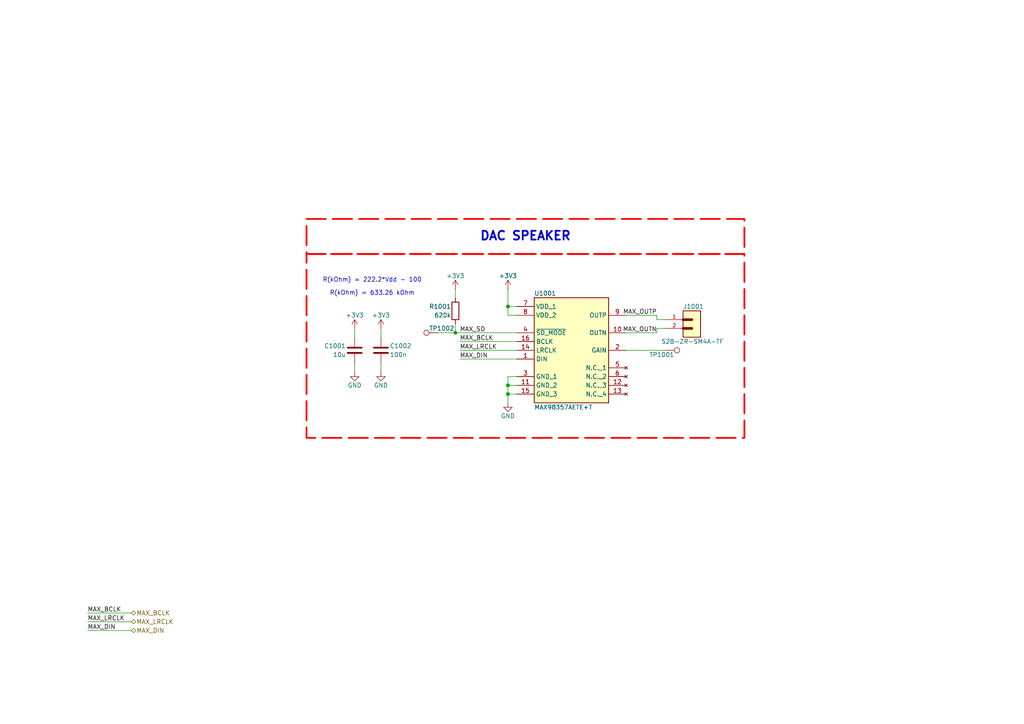
<source format=kicad_sch>
(kicad_sch (version 20231120) (generator "eeschema") (generator_version "8.0")
  (paper "A4")
  (title_block (title "DAC Speaker") (date "2024-04-09") (company "MQuero"))
  (lib_symbols
    (symbol "Connector:TestPoint" (pin_numbers hide) (pin_names (offset 0.762) hide)
      (property "Reference" "TP" (at 0 6.858 0))
      (property "Value" "TestPoint" (at 0 5.08 0))
      (symbol "TestPoint_0_1"
        (circle (center 0 3.302) (radius 0.762))
      )
      (symbol "TestPoint_1_1"
        (pin passive line (at 0 0 90) (length 2.54) (name "1") (number "1"))
      )
    )
    (symbol "Device:C" (pin_numbers hide) (pin_names (offset 0.254))
      (property "Reference" "C" (at 0.635 2.54 0))
      (property "Value" "C" (at 0.635 -2.54 0))
      (symbol "C_0_1"
        (polyline (pts (xy -2.032 -0.762) (xy 2.032 -0.762)) (stroke (width 0.508)))
        (polyline (pts (xy -2.032 0.762) (xy 2.032 0.762)) (stroke (width 0.508)))
      )
      (symbol "C_1_1"
        (pin passive line (at 0 3.81 270) (length 2.794) (name "~") (number "1"))
        (pin passive line (at 0 -3.81 90) (length 2.794) (name "~") (number "2"))
      )
    )
    (symbol "Device:R" (pin_numbers hide) (pin_names (offset 0))
      (property "Reference" "R" (at 2.032 0 90))
      (property "Value" "R" (at 0 0 90))
      (symbol "R_0_1"
        (rectangle (start -1.016 -2.54) (end 1.016 2.54) (stroke (width 0.254)))
      )
      (symbol "R_1_1"
        (pin passive line (at 0 3.81 270) (length 1.27) (name "~") (number "1"))
        (pin passive line (at 0 -3.81 90) (length 1.27) (name "~") (number "2"))
      )
    )
    (symbol "TFG:MAX98357AETE+T"
      (property "Reference" "U" (at 0 1.27 0))
      (property "Value" "MAX98357AETE+T" (at 0 -31.75 0))
      (symbol "MAX98357AETE+T_1_1"
        (rectangle (start 0 0) (end 21.59 -30.48) (stroke (width 0.254)) (fill (type background)))
        (pin unspecified line (at -5.08 -17.78 0) (length 5.08) (name "DIN") (number "1"))
        (pin unspecified line (at 26.67 -10.16 180) (length 5.08) (name "OUTN") (number "10"))
        (pin unspecified line (at -5.08 -25.4 0) (length 5.08) (name "GND_2") (number "11"))
        (pin no_connect line (at 26.67 -25.4 180) (length 5.08) (name "N.C._3") (number "12"))
        (pin no_connect line (at 26.67 -27.94 180) (length 5.08) (name "N.C._4") (number "13"))
        (pin unspecified line (at -5.08 -15.24 0) (length 5.08) (name "LRCLK") (number "14"))
        (pin unspecified line (at -5.08 -27.94 0) (length 5.08) (name "GND_3") (number "15"))
        (pin unspecified line (at -5.08 -12.7 0) (length 5.08) (name "BCLK") (number "16"))
        (pin unspecified line (at 26.67 -15.24 180) (length 5.08) (name "GAIN") (number "2"))
        (pin unspecified line (at -5.08 -22.86 0) (length 5.08) (name "GND_1") (number "3"))
        (pin unspecified line (at -5.08 -10.16 0) (length 5.08) (name "~{SD_MODE}") (number "4"))
        (pin no_connect line (at 26.67 -20.32 180) (length 5.08) (name "N.C._1") (number "5"))
        (pin no_connect line (at 26.67 -22.86 180) (length 5.08) (name "N.C._2") (number "6"))
        (pin unspecified line (at -5.08 -2.54 0) (length 5.08) (name "VDD_1") (number "7"))
        (pin unspecified line (at -5.08 -5.08 0) (length 5.08) (name "VDD_2") (number "8"))
        (pin unspecified line (at 26.67 -5.08 180) (length 5.08) (name "OUTP") (number "9"))
      )
    )
    (symbol "TFG:S2B-ZR-SM4A-TF" (pin_names (offset 1.016))
      (property "Reference" "J" (at 0 1.27 0))
      (property "Value" "S2B-ZR-SM4A-TF" (at 0 -8.89 0))
      (symbol "S2B-ZR-SM4A-TF_0_0"
        (polyline (pts (xy 0 -5.08) (xy 2.54 -5.08)) (stroke (width 0.762)))
        (polyline (pts (xy 0 -2.54) (xy 2.54 -2.54)) (stroke (width 0.762)))
        (rectangle (start 0 0) (end 5.08 -7.62) (stroke (width 0.254)) (fill (type background)))
      )
      (symbol "S2B-ZR-SM4A-TF_1_0"
        (pin unspecified line (at -5.08 -2.54 0) (length 5.08) (name "~") (number "1"))
        (pin unspecified line (at -5.08 -5.08 0) (length 5.08) (name "~") (number "2"))
      )
    )
    (symbol "power:+3V3" (power) (pin_numbers hide) (pin_names (offset 0) hide)
      (property "Value" "+3V3" (at 0 3.556 0))
      (symbol "+3V3_0_1"
        (polyline (pts (xy -0.762 1.27) (xy 0 2.54)))
        (polyline (pts (xy 0 0) (xy 0 2.54)))
        (polyline (pts (xy 0 2.54) (xy 0.762 1.27)))
      )
      (symbol "+3V3_1_1"
        (pin power_in line (at 0 0 90) (length 0) (name "~") (number "1"))
      )
    )
    (symbol "power:GND" (power) (pin_numbers hide) (pin_names (offset 0) hide)
      (property "Value" "GND" (at 0 -3.81 0))
      (symbol "GND_0_1"
        (polyline (pts (xy 0 0) (xy 0 -1.27) (xy 1.27 -1.27) (xy 0 -2.54) (xy -1.27 -1.27) (xy 0 -1.27)))
      )
      (symbol "GND_1_1"
        (pin power_in line (at 0 0 270) (length 0) (name "~") (number "1"))
      )
    )
  )
  (junction (at 132.08 96.52))
  (junction (at 147.32 114.3))
  (junction (at 147.32 88.9))
  (junction (at 147.32 111.76))
  (wire (pts (xy 102.87 95.25) (xy 102.87 97.79)))
  (wire (pts (xy 181.61 91.44) (xy 190.5 91.44)))
  (wire (pts (xy 190.5 95.25) (xy 190.5 96.52)))
  (wire (pts (xy 132.08 96.52) (xy 149.86 96.52)))
  (wire (pts (xy 181.61 96.52) (xy 190.5 96.52)))
  (wire (pts (xy 133.35 99.06) (xy 149.86 99.06)))
  (wire (pts (xy 133.35 101.6) (xy 149.86 101.6)))
  (wire (pts (xy 147.32 88.9) (xy 149.86 88.9)))
  (wire (pts (xy 149.86 109.22) (xy 147.32 109.22)))
  (wire (pts (xy 127 96.52) (xy 132.08 96.52)))
  (wire (pts (xy 132.08 83.82) (xy 132.08 86.36)))
  (wire (pts (xy 25.4 180.34) (xy 38.1 180.34)))
  (wire (pts (xy 133.35 104.14) (xy 149.86 104.14)))
  (wire (pts (xy 147.32 111.76) (xy 149.86 111.76)))
  (wire (pts (xy 132.08 96.52) (xy 132.08 93.98)))
  (wire (pts (xy 193.04 92.71) (xy 190.5 92.71)))
  (wire (pts (xy 147.32 91.44) (xy 147.32 88.9)))
  (wire (pts (xy 190.5 91.44) (xy 190.5 92.71)))
  (wire (pts (xy 147.32 83.82) (xy 147.32 88.9)))
  (wire (pts (xy 147.32 111.76) (xy 147.32 114.3)))
  (wire (pts (xy 25.4 177.8) (xy 38.1 177.8)))
  (wire (pts (xy 147.32 91.44) (xy 149.86 91.44)))
  (wire (pts (xy 181.61 101.6) (xy 193.04 101.6)))
  (wire (pts (xy 110.49 95.25) (xy 110.49 97.79)))
  (wire (pts (xy 147.32 114.3) (xy 147.32 116.84)))
  (wire (pts (xy 147.32 114.3) (xy 149.86 114.3)))
  (wire (pts (xy 25.4 182.88) (xy 38.1 182.88)))
  (wire (pts (xy 102.87 105.41) (xy 102.87 107.95)))
  (wire (pts (xy 110.49 105.41) (xy 110.49 107.95)))
  (wire (pts (xy 193.04 95.25) (xy 190.5 95.25)))
  (wire (pts (xy 147.32 109.22) (xy 147.32 111.76)))
  (rectangle (start 88.9 63.5) (end 215.9 73.66) (stroke (width 0.508) (type dash) (color 255 0 0 1)))
  (rectangle (start 88.9 73.66) (end 215.9 127) (stroke (width 0.508) (type dash) (color 255 0 0 1)))
  (text "R(kOhm) = 222.2*Vdd - 100" (at 107.95 81.28 0) (effects (font (size 1.27 1.27))))
  (text "DAC SPEAKER" (at 152.4 68.58 0) (effects (font (size 2.54 2.54) (thickness 0.508) (bold yes))))
  (text "R(kOhm) = 633.26 kOhm" (at 107.95 85.09 0) (effects (font (size 1.27 1.27))))
  (label "MAX_LRCLK" (at 133.35 101.6 0))
  (label "MAX_OUTN" (at 190.5 96.52 180))
  (label "MAX_DIN" (at 133.35 104.14 0))
  (label "MAX_LRCLK" (at 25.4 180.34 0))
  (label "MAX_OUTP" (at 190.5 91.44 180))
  (label "MAX_DIN" (at 25.4 182.88 0))
  (label "MAX_SD" (at 133.35 96.52 0))
  (label "MAX_BCLK" (at 25.4 177.8 0))
  (label "MAX_BCLK" (at 133.35 99.06 0))
  (hierarchical_label "MAX_LRCLK" (shape bidirectional) (at 38.1 180.34 0))
  (hierarchical_label "MAX_DIN" (shape bidirectional) (at 38.1 182.88 0))
  (hierarchical_label "MAX_BCLK" (shape bidirectional) (at 38.1 177.8 0))
  (symbol (lib_id "power:GND") (at 110.49 107.95 0) (unit 1)
    (property "Reference" "#PWR01007" (effects (hide yes)))
    (property "Value" "GND" (at 110.49 111.76 0))
    (property "Description" "Power symbol creates a global label with name \"GND\" , ground" (effects (hide yes)))
  )
  (symbol (lib_id "power:GND") (at 102.87 107.95 0) (unit 1)
    (property "Reference" "#PWR01006" (effects (hide yes)))
    (property "Value" "GND" (at 102.87 111.76 0))
    (property "Description" "Power symbol creates a global label with name \"GND\" , ground" (effects (hide yes)))
  )
  (symbol (lib_id "Connector:TestPoint") (at 127 96.52 90) (unit 1)
    (property "Reference" "TP1002" (at 124.46 95.25 90) (effects (justify right)))
    (property "Value" "TestPoint" (effects (hide yes)))
    (property "Footprint" "TestPoint:TestPoint_Pad_D1.0mm" (effects (hide yes)))
    (property "Description" "test point" (effects (hide yes)))
  )
  (symbol (lib_id "power:+3V3") (at 102.87 95.25 0) (unit 1)
    (property "Reference" "#PWR01003" (effects (hide yes)))
    (property "Value" "+3V3" (at 102.87 91.44 0))
    (property "Description" "Power symbol creates a global label with name \"+3V3\"" (effects (hide yes)))
  )
  (symbol (lib_id "Device:C") (at 110.49 101.6 0) (unit 1)
    (property "Reference" "C1002" (at 113.03 100.33 0) (effects (justify left)))
    (property "Value" "100n" (at 113.03 102.87 0) (effects (justify left)))
    (property "Footprint" "Capacitor_SMD:C_0402_1005Metric" (effects (hide yes)))
    (property "Description" "Unpolarized capacitor" (effects (hide yes)))
  )
  (symbol (lib_id "power:+3V3") (at 110.49 95.25 0) (unit 1)
    (property "Reference" "#PWR01004" (effects (hide yes)))
    (property "Value" "+3V3" (at 110.49 91.44 0))
    (property "Description" "Power symbol creates a global label with name \"+3V3\"" (effects (hide yes)))
  )
  (symbol (lib_id "Connector:TestPoint") (at 193.04 101.6 270) (mirror x) (unit 1)
    (property "Reference" "TP1001" (at 195.58 102.87 90) (effects (justify right)))
    (property "Value" "TestPoint" (effects (hide yes)))
    (property "Footprint" "TestPoint:TestPoint_Pad_D1.0mm" (effects (hide yes)))
    (property "Description" "test point" (effects (hide yes)))
  )
  (symbol (lib_id "TFG:MAX98357AETE+T") (at 154.94 86.36 0) (unit 1)
    (property "Reference" "U1001" (at 154.94 85.09 0) (effects (justify left)))
    (property "Value" "MAX98357AETE+T" (at 154.94 118.11 0) (effects (justify left)))
    (property "Footprint" "TFG:MAX98357AETE+T" (effects (hide yes)))
    (property "Datasheet" "https://datasheets.maximintegrated.com/en/ds/MAX98357A-MAX98357B.pdf" (effects (hide yes)))
    (property "Description" "IC AMP CLASS D MONO 3.2W 16TQFN" (effects (hide yes)))
    (property "MQ PN" "TFGIC005" (effects (hide yes)))
  )
  (symbol (lib_id "power:+3V3") (at 132.08 83.82 0) (unit 1)
    (property "Reference" "#PWR01001" (effects (hide yes)))
    (property "Value" "+3V3" (at 132.08 80.01 0))
    (property "Description" "Power symbol creates a global label with name \"+3V3\"" (effects (hide yes)))
  )
  (symbol (lib_id "power:GND") (at 147.32 116.84 0) (unit 1)
    (property "Reference" "#PWR01008" (effects (hide yes)))
    (property "Value" "GND" (at 147.32 120.65 0))
    (property "Description" "Power symbol creates a global label with name \"GND\" , ground" (effects (hide yes)))
  )
  (symbol (lib_id "Device:C") (at 102.87 101.6 0) (mirror y) (unit 1)
    (property "Reference" "C1001" (at 100.33 100.33 0) (effects (justify left)))
    (property "Value" "10u" (at 100.33 102.87 0) (effects (justify left)))
    (property "Footprint" "Capacitor_SMD:C_0402_1005Metric" (effects (hide yes)))
    (property "Description" "Unpolarized capacitor" (effects (hide yes)))
  )
  (symbol (lib_id "TFG:S2B-ZR-SM4A-TF") (at 198.12 90.17 0) (unit 1)
    (property "Reference" "J1001" (at 198.12 88.9 0) (effects (justify left)))
    (property "Value" "S2B-ZR-SM4A-TF" (at 191.77 99.06 0) (effects (justify left)))
    (property "Footprint" "TFG:S2B-ZR-SM4A-TF" (effects (hide yes)))
    (property "Datasheet" "https://www.jst-mfg.com/product/pdf/eng/eZH.pdf" (effects (hide yes)))
    (property "Description" "CONN HEADER SMD R/A 2POS 1.5MM" (effects (hide yes)))
    (property "MQ PN" "TFGJ009" (effects (hide yes)))
  )
  (symbol (lib_id "power:+3V3") (at 147.32 83.82 0) (unit 1)
    (property "Reference" "#PWR01002" (effects (hide yes)))
    (property "Value" "+3V3" (at 147.32 80.01 0))
    (property "Description" "Power symbol creates a global label with name \"+3V3\"" (effects (hide yes)))
  )
  (symbol (lib_id "Device:R") (at 132.08 90.17 0) (unit 1)
    (property "Reference" "R1001" (at 130.81 88.9 0) (effects (justify right)))
    (property "Value" "620k" (at 130.81 91.44 0) (effects (justify right)))
    (property "Footprint" "Resistor_SMD:R_0402_1005Metric" (effects (hide yes)))
    (property "Description" "Resistor" (effects (hide yes)))
  )
)
</source>
